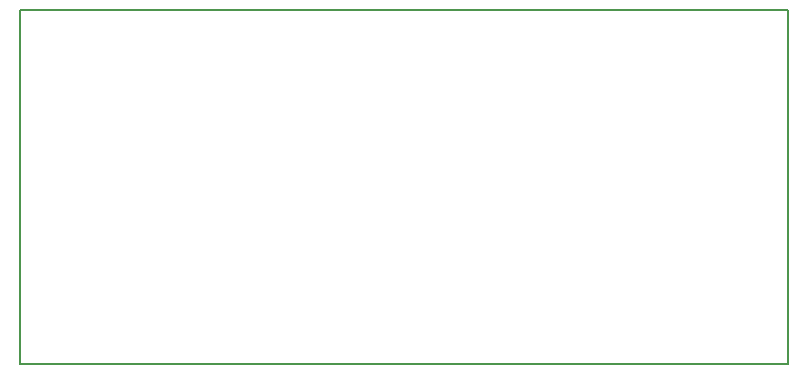
<source format=gbr>
G04 PROTEUS RS274X GERBER FILE*
%FSLAX45Y45*%
%MOMM*%
G01*
%ADD17C,0.203200*%
D17*
X-3250000Y-1500000D02*
X+3250000Y-1500000D01*
X+3250000Y+1500000D01*
X-3250000Y+1500000D01*
X-3250000Y-1500000D01*
M02*

</source>
